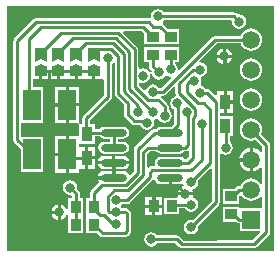
<source format=gbl>
G04 Layer_Physical_Order=2*
G04 Layer_Color=16711680*
%FSLAX44Y44*%
%MOMM*%
G71*
G01*
G75*
%ADD11O,2.2000X0.6000*%
%ADD12R,0.9000X1.3000*%
%ADD14R,0.8890X1.0160*%
%ADD20C,0.2540*%
%ADD21C,1.5000*%
%ADD22R,1.5000X1.5000*%
%ADD23C,0.8000*%
%ADD24R,1.5000X2.6000*%
%ADD25R,1.0160X0.8890*%
G36*
X466063Y240187D02*
X240049D01*
Y447451D01*
X466063D01*
Y240187D01*
D02*
G37*
%LPC*%
G36*
X368300Y444957D02*
X365959Y444492D01*
X363974Y443165D01*
X362648Y441181D01*
X362183Y438840D01*
X362336Y438070D01*
X362112Y437752D01*
X361233Y437104D01*
X360330Y437284D01*
X265200D01*
X263924Y437030D01*
X262843Y436307D01*
X246562Y420028D01*
X245840Y418946D01*
X245586Y417670D01*
Y334330D01*
X245840Y333054D01*
X246562Y331973D01*
X251750Y326785D01*
Y307000D01*
X270750D01*
Y337000D01*
X252254D01*
Y348750D01*
X270750D01*
Y378750D01*
X262484D01*
Y385395D01*
X267480D01*
Y392380D01*
X270020D01*
Y385395D01*
X282480D01*
Y392380D01*
X285020D01*
Y385395D01*
X297480D01*
Y392380D01*
X300020D01*
Y385395D01*
X312480D01*
Y392380D01*
X315020D01*
Y385395D01*
X321370D01*
X322402Y384821D01*
Y372117D01*
X305143Y354857D01*
X304420Y353776D01*
X304166Y352500D01*
Y348328D01*
X303268Y347430D01*
X302683D01*
X302602Y347430D01*
X302206Y347455D01*
X301357Y348155D01*
X301309Y348497D01*
X301290Y348723D01*
X301290Y349188D01*
Y362480D01*
X292520D01*
Y348210D01*
X300067D01*
X300148Y348210D01*
X300543Y348185D01*
X301393Y347485D01*
X301441Y347143D01*
X301460Y346917D01*
X301460Y346452D01*
Y338740D01*
X301290Y337540D01*
X300190Y337540D01*
X292520D01*
Y322000D01*
Y306460D01*
X301290D01*
Y309890D01*
X306690D01*
Y318930D01*
Y327970D01*
X301290D01*
Y329230D01*
X301460Y330430D01*
X302560Y330430D01*
X314460D01*
Y337026D01*
X318814D01*
X318995Y336755D01*
X320649Y335650D01*
X322600Y335262D01*
X327266D01*
Y332758D01*
X322600D01*
X320649Y332370D01*
X318995Y331265D01*
X317890Y329611D01*
X317502Y327660D01*
X317890Y325709D01*
X318995Y324055D01*
X320649Y322950D01*
X322600Y322562D01*
X338600D01*
X340551Y322950D01*
X342205Y324055D01*
X343310Y325709D01*
X343698Y327660D01*
X343310Y329611D01*
X342205Y331265D01*
X340551Y332370D01*
X338600Y332758D01*
X333934D01*
Y335262D01*
X338600D01*
X340551Y335650D01*
X342205Y336755D01*
X343310Y338409D01*
X343698Y340360D01*
X343310Y342311D01*
X342205Y343965D01*
X340551Y345070D01*
X338600Y345458D01*
X322600D01*
X320649Y345070D01*
X318995Y343965D01*
X318814Y343694D01*
X314460D01*
Y347430D01*
X310834D01*
Y351119D01*
X328094Y368378D01*
X328816Y369460D01*
X329070Y370736D01*
Y398749D01*
X330062Y399412D01*
X330121Y399499D01*
X331336Y399131D01*
Y376858D01*
X331375Y376661D01*
Y373271D01*
X331629Y371995D01*
X332352Y370914D01*
X339296Y363969D01*
Y355839D01*
X339550Y354563D01*
X340272Y353481D01*
X345881Y347873D01*
X346963Y347150D01*
X348239Y346896D01*
X353013D01*
X353098Y346469D01*
X354424Y344484D01*
X356409Y343158D01*
X358750Y342692D01*
X361091Y343158D01*
X363076Y344484D01*
X364402Y346469D01*
X364868Y348810D01*
X364581Y350253D01*
X365435Y351717D01*
X366091Y351848D01*
X367348Y352688D01*
X368098Y352378D01*
X369424Y350393D01*
X371409Y349067D01*
X373750Y348601D01*
X376091Y349067D01*
X378076Y350393D01*
X379402Y352378D01*
X379868Y354719D01*
X379402Y357060D01*
X378076Y359044D01*
X377084Y359707D01*
Y362500D01*
X376830Y363776D01*
X376108Y364857D01*
X370877Y370088D01*
X370416Y370396D01*
X370801Y371666D01*
X372569D01*
X373845Y371920D01*
X374927Y372643D01*
X381743Y379458D01*
X382916Y378972D01*
Y373750D01*
X383170Y372474D01*
X383349Y372206D01*
X382764Y370795D01*
X382322Y370707D01*
X380338Y369381D01*
X379011Y367396D01*
X378546Y365055D01*
X379011Y362714D01*
X380338Y360729D01*
X381385Y360030D01*
Y347860D01*
X378983Y345458D01*
X370600D01*
X368649Y345070D01*
X366995Y343965D01*
X366814Y343694D01*
X365360D01*
X364084Y343440D01*
X363003Y342718D01*
X348893Y328607D01*
X348170Y327526D01*
X347916Y326250D01*
Y307424D01*
X344998Y304506D01*
X343538Y304842D01*
X342594Y306254D01*
X340762Y307479D01*
X338600Y307908D01*
X331870D01*
Y302260D01*
X330600D01*
Y300990D01*
X317204D01*
X317381Y300098D01*
X318560Y298335D01*
X311513Y291287D01*
X310790Y290206D01*
X310536Y288930D01*
Y284580D01*
X307425D01*
Y270850D01*
X307425Y270420D01*
X307425D01*
Y269580D01*
X307425D01*
Y255420D01*
X316235D01*
X319013Y252642D01*
X320094Y251920D01*
X321370Y251666D01*
X340000D01*
X341276Y251920D01*
X342357Y252642D01*
X344608Y254893D01*
X345330Y255974D01*
X345584Y257250D01*
Y271500D01*
X345330Y272776D01*
X344608Y273857D01*
X343058Y275408D01*
X341976Y276130D01*
X340700Y276384D01*
X337728D01*
X337066Y277376D01*
X336887Y277495D01*
Y278765D01*
X337066Y278884D01*
X337728Y279876D01*
X341960D01*
X343236Y280130D01*
X344318Y280853D01*
X363452Y299988D01*
X363958Y300744D01*
X365280Y300609D01*
X365381Y300098D01*
X366606Y298266D01*
X368438Y297041D01*
X370600Y296611D01*
X377330D01*
Y302260D01*
X379870D01*
Y296611D01*
X386600D01*
X388762Y297041D01*
X389852Y296303D01*
X389543Y295122D01*
X387952Y294463D01*
X386586Y293414D01*
X385537Y292048D01*
X384878Y290457D01*
X384821Y290020D01*
X397679D01*
X397622Y290457D01*
X397294Y291247D01*
X397990Y292680D01*
X398581Y292798D01*
X400566Y294124D01*
X401892Y296109D01*
X402357Y298450D01*
X402125Y299620D01*
X412593Y310088D01*
X413766Y309601D01*
Y282591D01*
X397410Y266235D01*
X396240Y266467D01*
X393899Y266002D01*
X391914Y264676D01*
X390588Y262691D01*
X390122Y260350D01*
X390588Y258009D01*
X391914Y256024D01*
X393899Y254698D01*
X396240Y254233D01*
X398581Y254698D01*
X400566Y256024D01*
X401892Y258009D01*
X402357Y260350D01*
X402125Y261520D01*
X419458Y278853D01*
X420180Y279934D01*
X420434Y281210D01*
Y322268D01*
X421704Y322947D01*
X423109Y322008D01*
X425450Y321543D01*
X427791Y322008D01*
X429776Y323334D01*
X431102Y325319D01*
X431567Y327660D01*
X431102Y330001D01*
X429776Y331986D01*
X428784Y332648D01*
Y337750D01*
X431500D01*
Y354750D01*
X420434D01*
Y357210D01*
X423730D01*
Y366250D01*
Y375290D01*
X417960D01*
Y372164D01*
X416787Y371678D01*
X412355Y376111D01*
X411273Y376833D01*
X409997Y377087D01*
X408742D01*
X408079Y378079D01*
X406094Y379405D01*
X404768Y379669D01*
X404183Y381080D01*
X404405Y381412D01*
X404871Y383753D01*
X404405Y386094D01*
X404227Y386361D01*
X404812Y387772D01*
X406201Y388048D01*
X408186Y389374D01*
X409512Y391359D01*
X409977Y393700D01*
X409512Y396041D01*
X408186Y398026D01*
X406201Y399352D01*
X403892Y399811D01*
X403523Y400345D01*
X403212Y400928D01*
X418050Y415766D01*
X438138D01*
X438742Y414309D01*
X440265Y412325D01*
X442249Y410802D01*
X444560Y409845D01*
X447040Y409518D01*
X449520Y409845D01*
X451831Y410802D01*
X453815Y412325D01*
X455338Y414309D01*
X456296Y416620D01*
X456622Y419100D01*
X456296Y421580D01*
X455338Y423891D01*
X453815Y425875D01*
X451831Y427398D01*
X449520Y428355D01*
X447040Y428682D01*
X444560Y428355D01*
X442249Y427398D01*
X440265Y425875D01*
X438742Y423891D01*
X438138Y422434D01*
X416669D01*
X415393Y422180D01*
X414312Y421457D01*
X385986Y393132D01*
X385351Y393472D01*
X384861Y393803D01*
X384405Y396094D01*
X383079Y398079D01*
X382576Y398415D01*
X382961Y399685D01*
X385830D01*
Y412575D01*
X371670D01*
Y412575D01*
X370830D01*
Y412575D01*
X356670D01*
Y399685D01*
X360416D01*
Y396250D01*
X360670Y394974D01*
X361393Y393893D01*
X362865Y392420D01*
X362632Y391250D01*
X363098Y388909D01*
X364424Y386924D01*
X366409Y385598D01*
X368750Y385132D01*
X371091Y385598D01*
X373076Y386924D01*
X374012Y388326D01*
X375552Y388676D01*
X376412Y388101D01*
X378704Y387645D01*
X379035Y387155D01*
X379374Y386520D01*
X371188Y378334D01*
X368738D01*
X368076Y379326D01*
X366091Y380652D01*
X363750Y381118D01*
X361409Y380652D01*
X359424Y379326D01*
X358098Y377341D01*
X357861Y376150D01*
X356483Y375732D01*
X351663Y380552D01*
Y382686D01*
X352783Y383285D01*
X353258Y382968D01*
X355599Y382502D01*
X357940Y382968D01*
X359925Y384294D01*
X361251Y386278D01*
X361717Y388620D01*
X361251Y390961D01*
X359925Y392945D01*
X357940Y394272D01*
X355599Y394737D01*
X353258Y394272D01*
X352783Y393954D01*
X351663Y394553D01*
Y396250D01*
X351624Y396447D01*
Y410727D01*
X351370Y412002D01*
X350648Y413084D01*
X338829Y424903D01*
X339315Y426076D01*
X354329D01*
X356670Y423735D01*
Y414925D01*
X370830D01*
X370830Y414925D01*
X371670D01*
Y414925D01*
X372100Y414925D01*
X385830D01*
Y427815D01*
X377020D01*
X372477Y432357D01*
X372081Y432622D01*
X372070Y434142D01*
X372626Y434514D01*
X373288Y435506D01*
X429993D01*
X430799Y434524D01*
X430762Y434340D01*
X431228Y431999D01*
X432554Y430014D01*
X434539Y428688D01*
X436880Y428223D01*
X439221Y428688D01*
X441206Y430014D01*
X442532Y431999D01*
X442998Y434340D01*
X442532Y436681D01*
X441206Y438666D01*
X439221Y439992D01*
X436880Y440457D01*
X435710Y440225D01*
X434738Y441197D01*
X433656Y441920D01*
X432380Y442174D01*
X373288D01*
X372626Y443165D01*
X370641Y444492D01*
X368300Y444957D01*
D02*
G37*
G36*
X425450Y411559D02*
Y406400D01*
X430609D01*
X430552Y406837D01*
X429893Y408428D01*
X428844Y409794D01*
X427478Y410843D01*
X425887Y411502D01*
X425450Y411559D01*
D02*
G37*
G36*
X422910D02*
X422473Y411502D01*
X420882Y410843D01*
X419516Y409794D01*
X418467Y408428D01*
X417808Y406837D01*
X417751Y406400D01*
X422910D01*
Y411559D01*
D02*
G37*
G36*
X430609Y403860D02*
X425450D01*
Y398701D01*
X425887Y398758D01*
X427478Y399417D01*
X428844Y400466D01*
X429893Y401832D01*
X430552Y403423D01*
X430609Y403860D01*
D02*
G37*
G36*
X422910D02*
X417751D01*
X417808Y403423D01*
X418467Y401832D01*
X419516Y400466D01*
X420882Y399417D01*
X422473Y398758D01*
X422910Y398701D01*
Y403860D01*
D02*
G37*
G36*
X447040Y403282D02*
X444560Y402956D01*
X442249Y401998D01*
X440265Y400475D01*
X438742Y398491D01*
X437785Y396180D01*
X437458Y393700D01*
X437785Y391220D01*
X438742Y388909D01*
X440265Y386925D01*
X442249Y385402D01*
X444560Y384445D01*
X447040Y384118D01*
X449520Y384445D01*
X451831Y385402D01*
X453815Y386925D01*
X455338Y388909D01*
X456296Y391220D01*
X456622Y393700D01*
X456296Y396180D01*
X455338Y398491D01*
X453815Y400475D01*
X451831Y401998D01*
X449520Y402956D01*
X447040Y403282D01*
D02*
G37*
G36*
X432040Y375290D02*
X426270D01*
Y367520D01*
X432040D01*
Y375290D01*
D02*
G37*
G36*
X301290Y379290D02*
X292520D01*
Y365020D01*
X301290D01*
Y379290D01*
D02*
G37*
G36*
X289980D02*
X281210D01*
Y365020D01*
X289980D01*
Y379290D01*
D02*
G37*
G36*
X447040Y377882D02*
X444560Y377556D01*
X442249Y376598D01*
X440265Y375075D01*
X438742Y373091D01*
X437785Y370780D01*
X437458Y368300D01*
X437785Y365820D01*
X438742Y363509D01*
X440265Y361525D01*
X442249Y360002D01*
X444560Y359044D01*
X447040Y358718D01*
X449520Y359044D01*
X451831Y360002D01*
X453815Y361525D01*
X455338Y363509D01*
X456296Y365820D01*
X456622Y368300D01*
X456296Y370780D01*
X455338Y373091D01*
X453815Y375075D01*
X451831Y376598D01*
X449520Y377556D01*
X447040Y377882D01*
D02*
G37*
G36*
X432040Y364980D02*
X426270D01*
Y357210D01*
X432040D01*
Y364980D01*
D02*
G37*
G36*
X289980Y362480D02*
X281210D01*
Y348210D01*
X289980D01*
Y362480D01*
D02*
G37*
G36*
X447040Y352482D02*
X444560Y352155D01*
X442249Y351198D01*
X440265Y349675D01*
X438742Y347691D01*
X437785Y345380D01*
X437458Y342900D01*
X437785Y340420D01*
X438742Y338109D01*
X440265Y336124D01*
X442249Y334602D01*
X444560Y333644D01*
X447040Y333318D01*
X449520Y333644D01*
X450977Y334248D01*
X456406Y328819D01*
Y323873D01*
X455136Y323442D01*
X454201Y324661D01*
X452103Y326270D01*
X449661Y327282D01*
X448310Y327459D01*
Y317500D01*
Y307541D01*
X449661Y307718D01*
X452103Y308730D01*
X454201Y310339D01*
X455136Y311558D01*
X456406Y311127D01*
Y297483D01*
X456275Y297410D01*
X455136Y297155D01*
X453815Y298875D01*
X451831Y300398D01*
X449520Y301355D01*
X447040Y301682D01*
X444560Y301355D01*
X442249Y300398D01*
X440265Y298875D01*
X438742Y296891D01*
X438138Y295434D01*
X436880D01*
X435604Y295180D01*
X434523Y294457D01*
X432880Y292815D01*
X422920D01*
Y279925D01*
X437080D01*
Y286651D01*
X437495Y287000D01*
X437713Y287054D01*
X439156Y286769D01*
X440265Y285324D01*
X442249Y283802D01*
X444560Y282845D01*
X447040Y282518D01*
X449520Y282845D01*
X451831Y283802D01*
X453815Y285324D01*
X455136Y287045D01*
X456275Y286790D01*
X456406Y286717D01*
Y276200D01*
X437540D01*
X437080Y277279D01*
Y277575D01*
X422920D01*
Y264685D01*
X434180D01*
X434523Y264342D01*
X435604Y263620D01*
X436880Y263366D01*
X437540D01*
Y257200D01*
X454576D01*
X455062Y256027D01*
X448019Y248984D01*
X389961D01*
X386587Y252358D01*
X385505Y253080D01*
X384230Y253334D01*
X367488D01*
X366826Y254326D01*
X364841Y255652D01*
X362500Y256117D01*
X360159Y255652D01*
X358174Y254326D01*
X356848Y252341D01*
X356382Y250000D01*
X356848Y247659D01*
X358174Y245674D01*
X360159Y244348D01*
X362500Y243883D01*
X364841Y244348D01*
X366826Y245674D01*
X367488Y246666D01*
X382849D01*
X386222Y243293D01*
X387304Y242570D01*
X388579Y242316D01*
X449400D01*
X450676Y242570D01*
X451758Y243293D01*
X462098Y253633D01*
X462820Y254714D01*
X463074Y255990D01*
Y330200D01*
X462820Y331476D01*
X462098Y332557D01*
X455692Y338963D01*
X456296Y340420D01*
X456622Y342900D01*
X456296Y345380D01*
X455338Y347691D01*
X453815Y349675D01*
X451831Y351198D01*
X449520Y352155D01*
X447040Y352482D01*
D02*
G37*
G36*
X289980Y337540D02*
X281210D01*
Y323270D01*
X289980D01*
Y337540D01*
D02*
G37*
G36*
X315000Y327970D02*
X309230D01*
Y320200D01*
X315000D01*
Y327970D01*
D02*
G37*
G36*
X445770Y327459D02*
X444419Y327282D01*
X441977Y326270D01*
X439879Y324661D01*
X438270Y322563D01*
X437258Y320121D01*
X437081Y318770D01*
X445770D01*
Y327459D01*
D02*
G37*
G36*
X338600Y320608D02*
X331870D01*
Y316230D01*
X343996D01*
X343819Y317122D01*
X342594Y318954D01*
X340762Y320179D01*
X338600Y320608D01*
D02*
G37*
G36*
X329330D02*
X322600D01*
X320438Y320179D01*
X318606Y318954D01*
X317381Y317122D01*
X317204Y316230D01*
X329330D01*
Y320608D01*
D02*
G37*
G36*
X315000Y317660D02*
X309230D01*
Y309890D01*
X315000D01*
Y317660D01*
D02*
G37*
G36*
X343996Y313690D02*
X331870D01*
Y309312D01*
X338600D01*
X340762Y309741D01*
X342594Y310966D01*
X343819Y312798D01*
X343996Y313690D01*
D02*
G37*
G36*
X329330D02*
X317204D01*
X317381Y312798D01*
X318606Y310966D01*
X320438Y309741D01*
X322600Y309312D01*
X329330D01*
Y313690D01*
D02*
G37*
G36*
X445770Y316230D02*
X437081D01*
X437258Y314879D01*
X438270Y312437D01*
X439879Y310339D01*
X441977Y308730D01*
X444419Y307718D01*
X445770Y307541D01*
Y316230D01*
D02*
G37*
G36*
X289980Y320730D02*
X281210D01*
Y306460D01*
X289980D01*
Y320730D01*
D02*
G37*
G36*
X329330Y307908D02*
X322600D01*
X320438Y307479D01*
X318606Y306254D01*
X317381Y304422D01*
X317204Y303530D01*
X329330D01*
Y307908D01*
D02*
G37*
G36*
X371475Y285750D02*
X365760D01*
Y279400D01*
X371475D01*
Y285750D01*
D02*
G37*
G36*
X363220D02*
X357505D01*
Y279400D01*
X363220D01*
Y285750D01*
D02*
G37*
G36*
X283210Y279479D02*
X282773Y279422D01*
X281182Y278763D01*
X279816Y277714D01*
X278767Y276348D01*
X278108Y274757D01*
X278051Y274320D01*
X283210D01*
Y279479D01*
D02*
G37*
G36*
X293750Y299867D02*
X291409Y299402D01*
X289424Y298076D01*
X288098Y296091D01*
X287633Y293750D01*
X288098Y291409D01*
X289424Y289424D01*
X291409Y288098D01*
X293750Y287633D01*
X294116Y287705D01*
X295296Y286705D01*
Y284580D01*
X292185D01*
Y274359D01*
X290915Y274276D01*
X290852Y274757D01*
X290193Y276348D01*
X289144Y277714D01*
X287778Y278763D01*
X286187Y279422D01*
X285750Y279479D01*
Y273050D01*
Y266621D01*
X286187Y266678D01*
X287778Y267337D01*
X289144Y268386D01*
X290193Y269752D01*
X290852Y271343D01*
X290915Y271824D01*
X292185Y271741D01*
Y270420D01*
X292185D01*
Y269580D01*
X292185D01*
Y255420D01*
X305075D01*
Y269580D01*
X305075D01*
Y270420D01*
X305075D01*
Y284580D01*
X301964D01*
Y288870D01*
X301710Y290146D01*
X300987Y291227D01*
X299635Y292580D01*
X299867Y293750D01*
X299402Y296091D01*
X298076Y298076D01*
X296091Y299402D01*
X293750Y299867D01*
D02*
G37*
G36*
X397679Y287480D02*
X384821D01*
X384878Y287043D01*
X385111Y286480D01*
X384263Y285210D01*
X373285D01*
Y271050D01*
X386175D01*
Y276066D01*
X391252D01*
X391914Y275074D01*
X393899Y273748D01*
X396240Y273283D01*
X398581Y273748D01*
X400566Y275074D01*
X401892Y277059D01*
X402357Y279400D01*
X401892Y281741D01*
X400566Y283726D01*
X398581Y285052D01*
X398203Y285127D01*
X397428Y286576D01*
X397622Y287043D01*
X397679Y287480D01*
D02*
G37*
G36*
X371475Y276860D02*
X365760D01*
Y270510D01*
X371475D01*
Y276860D01*
D02*
G37*
G36*
X363220D02*
X357505D01*
Y270510D01*
X363220D01*
Y276860D01*
D02*
G37*
G36*
X283210Y271780D02*
X278051D01*
X278108Y271343D01*
X278767Y269752D01*
X279816Y268386D01*
X281182Y267337D01*
X282773Y266678D01*
X283210Y266621D01*
Y271780D01*
D02*
G37*
%LPD*%
G36*
X318830Y400000D02*
X313750Y402540D01*
X308670Y400000D01*
Y405080D01*
X318830D01*
Y400000D01*
D02*
G37*
G36*
X303830D02*
X298750Y402540D01*
X293670Y400000D01*
Y405080D01*
X303830D01*
Y400000D01*
D02*
G37*
G36*
X288830D02*
X283750Y402540D01*
X278670Y400000D01*
Y405080D01*
X288830D01*
Y400000D01*
D02*
G37*
G36*
X273830D02*
X268750Y402540D01*
X263670Y400000D01*
Y405080D01*
X273830D01*
Y400000D01*
D02*
G37*
G36*
X318830Y396190D02*
X308670D01*
X313750Y398730D01*
X318830Y396190D01*
D02*
G37*
G36*
X303830D02*
X293670D01*
X298750Y398730D01*
X303830Y396190D01*
D02*
G37*
G36*
X288830D02*
X278670D01*
X283750Y398730D01*
X288830Y396190D01*
D02*
G37*
G36*
X273830D02*
X263670D01*
X268750Y398730D01*
X273830Y396190D01*
D02*
G37*
G36*
X394526Y324700D02*
Y320501D01*
X392319Y318294D01*
X390386D01*
X390205Y318565D01*
X388551Y319670D01*
X386600Y320058D01*
X370600D01*
X368649Y319670D01*
X366995Y318565D01*
X365890Y316911D01*
X365502Y314960D01*
X365849Y313214D01*
X365230Y311944D01*
X363220D01*
X361944Y311690D01*
X360863Y310968D01*
X360297Y310402D01*
X359124Y310889D01*
Y322389D01*
X361061Y324326D01*
X366814D01*
X366995Y324055D01*
X368649Y322950D01*
X370600Y322562D01*
X386600D01*
X388551Y322950D01*
X390205Y324055D01*
X390386Y324326D01*
X391160D01*
X392436Y324580D01*
X393256Y325128D01*
X394526Y324700D01*
D02*
G37*
D11*
X378600Y340360D02*
D03*
Y327660D02*
D03*
Y314960D02*
D03*
Y302260D02*
D03*
X330600Y340360D02*
D03*
Y327660D02*
D03*
Y314960D02*
D03*
Y302260D02*
D03*
D12*
X307960Y338930D02*
D03*
Y318930D02*
D03*
X425000Y366250D02*
D03*
Y346250D02*
D03*
D14*
X379730Y278130D02*
D03*
X364490D02*
D03*
X298630Y262500D02*
D03*
X313870D02*
D03*
X298630Y277500D02*
D03*
X313870D02*
D03*
D20*
X348329Y379171D02*
Y396250D01*
X334147Y424870D02*
X348290Y410727D01*
Y396289D02*
Y410727D01*
Y396289D02*
X348329Y396250D01*
X343789Y377290D02*
Y391250D01*
X332266Y420330D02*
X343750Y408846D01*
Y391289D02*
Y408846D01*
Y391289D02*
X343789Y391250D01*
X330386Y415790D02*
X339210Y406965D01*
Y378739D02*
Y406965D01*
X328505Y411250D02*
X334670Y405085D01*
Y376858D02*
Y405085D01*
X363750Y396250D02*
Y406130D01*
Y396250D02*
X368750Y391250D01*
X378750Y393756D02*
X378753Y393753D01*
X378750Y393756D02*
Y406130D01*
X397690Y393700D02*
X403860D01*
X395003Y383753D02*
X398753D01*
X368300Y438840D02*
X432380D01*
X325470Y286221D02*
X330619Y291370D01*
X325470Y273970D02*
Y286221D01*
Y273970D02*
X326390Y273050D01*
X393700Y314960D02*
X397860Y319120D01*
X391160Y327660D02*
X393320Y329820D01*
X425450Y348140D02*
Y349411D01*
X416560Y250190D02*
X421640Y255270D01*
X307500Y339390D02*
X307960Y338930D01*
X436880Y266700D02*
X447040D01*
X431800Y271780D02*
X436880Y266700D01*
Y292100D02*
X447040D01*
X431800Y287020D02*
X436880Y292100D01*
X379730Y278130D02*
X381000Y279400D01*
X396240D01*
X326390Y273050D02*
X332740D01*
X378600Y327660D02*
X391160D01*
X330600Y302260D02*
Y314960D01*
X284480Y300990D02*
X285750Y302260D01*
X284480Y273050D02*
Y300990D01*
X330600Y327660D02*
Y340360D01*
X309390D02*
X330600D01*
X307960Y338930D02*
X309390Y340360D01*
X378600Y293510D02*
Y302260D01*
X374650Y289560D02*
X378600Y293510D01*
X365760Y289560D02*
X374650D01*
X364490Y288290D02*
X365760Y289560D01*
X364490Y278130D02*
Y288290D01*
X432380Y438840D02*
X436880Y434340D01*
X378600Y314960D02*
X393700D01*
X363220Y308610D02*
X396240D01*
X284480Y251770D02*
Y273050D01*
Y251770D02*
X286060Y250190D01*
X313870Y262500D02*
X321370Y255000D01*
X340000D01*
X342250Y257250D01*
Y271500D01*
X340700Y273050D02*
X342250Y271500D01*
X332740Y273050D02*
X340700D01*
X330130Y262890D02*
X332740D01*
X322169Y270850D02*
X330130Y262890D01*
X318750Y270850D02*
X322169D01*
X313870Y275730D02*
X318750Y270850D01*
X313870Y275730D02*
Y277500D01*
Y288930D01*
X320930Y295990D01*
X298630Y262500D02*
Y277500D01*
Y288870D01*
X293750Y293750D02*
X298630Y288870D01*
X342500Y250190D02*
X354810Y262500D01*
X378150D01*
X390460Y250190D01*
X286060D02*
X342500D01*
X390460D02*
X416560D01*
X362500Y250000D02*
X384230D01*
X388579Y245650D01*
X449400D01*
X459740Y255990D01*
Y330200D01*
X447040Y342900D02*
X459740Y330200D01*
X361095Y306485D02*
X363220Y308610D01*
X320930Y295990D02*
X341197D01*
X351250Y306043D01*
Y326250D01*
X330619Y291370D02*
X342998D01*
X355790Y304162D01*
Y323770D01*
X332740Y283210D02*
X341960D01*
X361095Y302345D01*
Y306485D01*
X403753Y373753D02*
X409997D01*
X401989Y365230D02*
X406979D01*
X416669Y419100D02*
X447040D01*
X392503Y381253D02*
X395003Y383753D01*
X386250Y382260D02*
X397690Y393700D01*
X392503Y374715D02*
X401989Y365230D01*
X392503Y374715D02*
Y381253D01*
X386250Y373750D02*
Y382260D01*
X355790Y323770D02*
X359680Y327660D01*
X378600D01*
X351250Y326250D02*
X365360Y340360D01*
X378600D01*
X396240Y308610D02*
X405130Y317500D01*
Y347980D01*
X384663Y365055D02*
X384719Y365000D01*
X378600Y340360D02*
X384719Y346479D01*
Y365000D01*
X386250Y373750D02*
X395227Y364773D01*
X395514D01*
X399773Y360514D01*
Y354492D02*
Y360514D01*
X397860Y352578D02*
X399773Y354492D01*
X397860Y319120D02*
Y352578D01*
X392503Y357503D02*
X393320Y356686D01*
Y329820D02*
Y356686D01*
X372569Y375000D02*
X416669Y419100D01*
X363750Y375000D02*
X372569D01*
X334709Y373271D02*
X342630Y365350D01*
Y355839D02*
X348239Y350230D01*
X342630Y355839D02*
Y365350D01*
X334709Y373271D02*
Y376819D01*
X334670Y376858D02*
X334709Y376819D01*
X348239Y350230D02*
X357330D01*
X358750Y348810D01*
X339249Y375152D02*
X351250Y363151D01*
X339210Y378739D02*
X339249Y378700D01*
Y375152D02*
Y378700D01*
X351250Y357500D02*
Y363151D01*
X348329Y379171D02*
X359770Y367730D01*
X368520D01*
X373750Y362500D01*
Y354719D02*
Y362500D01*
X343789Y377290D02*
X363579Y357500D01*
X363750D01*
X325736Y370736D02*
Y403737D01*
X307500Y352500D02*
X325736Y370736D01*
X307500Y339390D02*
Y352500D01*
X317380Y411250D02*
X328505D01*
X296460Y420330D02*
X332266D01*
X286000Y424870D02*
X334147D01*
X283750Y392380D02*
X298750D01*
X313750D01*
X285750Y302260D02*
X291250D01*
X330600D01*
X294320Y318930D02*
X307960D01*
X248920Y334330D02*
Y417670D01*
X265200Y433950D01*
X259150Y419150D02*
X269410Y429410D01*
X259150Y363350D02*
Y419150D01*
Y363350D02*
X261250Y361250D01*
X248920Y334330D02*
X261250Y322000D01*
X276250Y392380D02*
X276250Y392380D01*
X268750D02*
X276250D01*
X283750D01*
X396240Y260350D02*
X417100Y281210D01*
X421640Y255270D02*
Y308610D01*
X430530Y317500D01*
X396240Y298450D02*
X412560Y314770D01*
Y359649D01*
X417100Y281210D02*
Y366650D01*
X409997Y373753D02*
X417100Y366650D01*
X406979Y365230D02*
X412560Y359649D01*
X313750Y407620D02*
Y408750D01*
X386490Y293510D02*
X391250Y288750D01*
X378600Y293510D02*
X386490D01*
X291250Y302260D02*
Y322000D01*
X294320Y318930D01*
X425450Y327660D02*
Y345800D01*
X425000Y346250D02*
X425450Y345800D01*
X425000Y366250D02*
Y404310D01*
X424180Y405130D02*
X425000Y404310D01*
Y366250D02*
X431250D01*
X434340Y363160D01*
Y317500D02*
Y363160D01*
X430530Y317500D02*
X434340D01*
X447040D01*
X360330Y433950D02*
X364280Y430000D01*
X370120D01*
X378750Y421370D01*
X265200Y433950D02*
X360330D01*
X355710Y429410D02*
X363750Y421370D01*
X269410Y429410D02*
X355710D01*
X313750Y407620D02*
X317380Y411250D01*
X306920Y415790D02*
X330386D01*
X298750Y407620D02*
X306920Y415790D01*
X283750Y407620D02*
X296460Y420330D01*
X268750Y407620D02*
X286000Y424870D01*
X276250Y363750D02*
Y392380D01*
Y363750D02*
X291250D01*
Y322000D02*
Y363750D01*
D21*
X447040Y317500D02*
D03*
Y292100D02*
D03*
Y342900D02*
D03*
Y368300D02*
D03*
Y393700D02*
D03*
Y419100D02*
D03*
D22*
Y266700D02*
D03*
D23*
X435000Y405000D02*
D03*
X285000Y285000D02*
D03*
Y255000D02*
D03*
X325736Y403737D02*
D03*
X378753Y393753D02*
D03*
X398753Y383753D02*
D03*
X403860Y393700D02*
D03*
X368300Y438840D02*
D03*
X332740Y262890D02*
D03*
Y283210D02*
D03*
X396240Y279400D02*
D03*
Y260350D02*
D03*
X284480Y273050D02*
D03*
X332740D02*
D03*
X396240Y298450D02*
D03*
X355599Y388620D02*
D03*
X425450Y327660D02*
D03*
X424180Y405130D02*
D03*
X436880Y434340D02*
D03*
X293750Y293750D02*
D03*
X362500Y250000D02*
D03*
X403753Y373753D02*
D03*
X405130Y347980D02*
D03*
X384663Y365055D02*
D03*
X392503Y357503D02*
D03*
X368750Y391250D02*
D03*
X363750Y375000D02*
D03*
X358750Y348810D02*
D03*
X351250Y357500D02*
D03*
X373750Y354719D02*
D03*
X363750Y357500D02*
D03*
X391250Y288750D02*
D03*
D24*
X261250Y363750D02*
D03*
X291250D02*
D03*
X261250Y322000D02*
D03*
X291250D02*
D03*
D25*
X363750Y406130D02*
D03*
Y421370D02*
D03*
X378750Y406130D02*
D03*
Y421370D02*
D03*
X430000Y271130D02*
D03*
Y286370D02*
D03*
X268750Y407620D02*
D03*
Y392380D02*
D03*
X313750D02*
D03*
Y407620D02*
D03*
X283750D02*
D03*
Y392380D02*
D03*
X298750D02*
D03*
Y407620D02*
D03*
M02*

</source>
